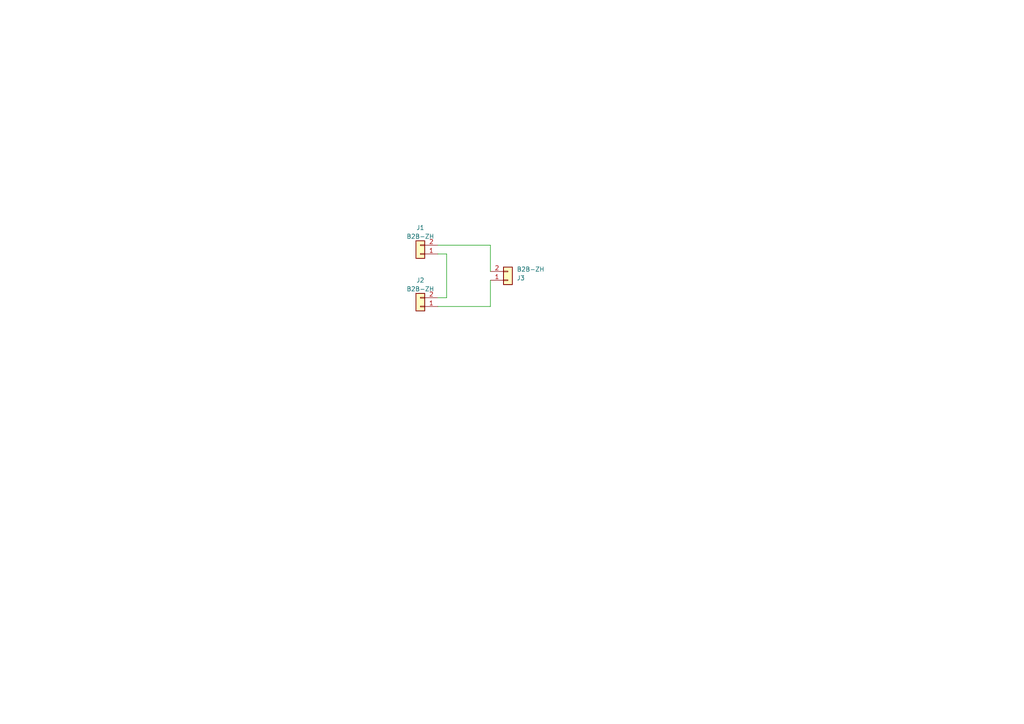
<source format=kicad_sch>
(kicad_sch (version 20230121) (generator eeschema)
  (paper "A4")
  (lib_symbols
    (symbol "Connector_Generic:Conn_01x02" (pin_names (offset 1.016) hide)
      (property "Reference" "J" (at 0 2.54 0))
      (property "Value" "Conn_01x02" (at 0 -5.08 0))
      (symbol "Conn_01x02_1_1"
        (rectangle (start -1.27 -2.413) (end 0 -2.667) (stroke (width 0.1524)))
        (rectangle (start -1.27 0.127) (end 0 -0.127) (stroke (width 0.1524)))
        (rectangle (start -1.27 1.27) (end 1.27 -3.81) (stroke (width 0.254)) (fill (type background)))
        (pin passive line (at -5.08 0 0) (length 3.81) (name "Pin_1") (number "1"))
        (pin passive line (at -5.08 -2.54 0) (length 3.81) (name "Pin_2") (number "2"))
      )
    )
  )
  (wire (pts (xy 142.24 71.12) (xy 142.24 78.74)))
  (wire (pts (xy 127 71.12) (xy 142.24 71.12)))
  (wire (pts (xy 129.54 86.36) (xy 127 86.36)))
  (wire (pts (xy 127 88.9) (xy 142.24 88.9)))
  (wire (pts (xy 127 73.66) (xy 129.54 73.66)))
  (wire (pts (xy 129.54 73.66) (xy 129.54 86.36)))
  (wire (pts (xy 142.24 88.9) (xy 142.24 81.28)))
  (symbol (lib_id "Connector_Generic:Conn_01x02") (at 121.92 88.9 180) (unit 1)
    (property "Reference" "J2" (at 121.92 81.28 0))
    (property "Value" "B2B-ZH" (at 121.92 83.82 0))
    (property "Footprint" "Library:B2B-ZH" (effects hide))
  )
  (symbol (lib_id "Connector_Generic:Conn_01x02") (at 147.32 81.28 0) (mirror x) (unit 1)
    (property "Reference" "J3" (at 149.86 80.645 0) (effects (justify left)))
    (property "Value" "B2B-ZH" (at 149.86 78.105 0) (effects (justify left)))
    (property "Footprint" "Library:B2B-ZH" (effects hide))
  )
  (symbol (lib_id "Connector_Generic:Conn_01x02") (at 121.92 73.66 180) (unit 1)
    (property "Reference" "J1" (at 121.92 66.04 0))
    (property "Value" "B2B-ZH" (at 121.92 68.58 0))
    (property "Footprint" "Library:B2B-ZH" (effects hide))
  )
)
</source>
